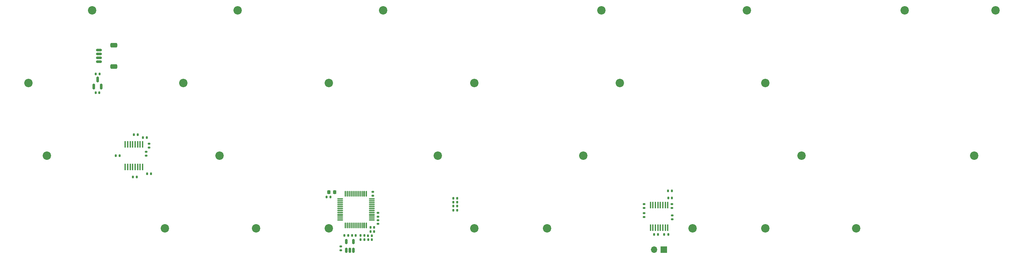
<source format=gbr>
%TF.GenerationSoftware,KiCad,Pcbnew,8.0.8*%
%TF.CreationDate,2025-02-20T19:48:58+01:00*%
%TF.ProjectId,ampersand,616d7065-7273-4616-9e64-2e6b69636164,rev?*%
%TF.SameCoordinates,Original*%
%TF.FileFunction,Soldermask,Bot*%
%TF.FilePolarity,Negative*%
%FSLAX46Y46*%
G04 Gerber Fmt 4.6, Leading zero omitted, Abs format (unit mm)*
G04 Created by KiCad (PCBNEW 8.0.8) date 2025-02-20 19:48:58*
%MOMM*%
%LPD*%
G01*
G04 APERTURE LIST*
G04 Aperture macros list*
%AMRoundRect*
0 Rectangle with rounded corners*
0 $1 Rounding radius*
0 $2 $3 $4 $5 $6 $7 $8 $9 X,Y pos of 4 corners*
0 Add a 4 corners polygon primitive as box body*
4,1,4,$2,$3,$4,$5,$6,$7,$8,$9,$2,$3,0*
0 Add four circle primitives for the rounded corners*
1,1,$1+$1,$2,$3*
1,1,$1+$1,$4,$5*
1,1,$1+$1,$6,$7*
1,1,$1+$1,$8,$9*
0 Add four rect primitives between the rounded corners*
20,1,$1+$1,$2,$3,$4,$5,0*
20,1,$1+$1,$4,$5,$6,$7,0*
20,1,$1+$1,$6,$7,$8,$9,0*
20,1,$1+$1,$8,$9,$2,$3,0*%
G04 Aperture macros list end*
%ADD10C,2.200000*%
%ADD11RoundRect,0.140000X-0.140000X-0.170000X0.140000X-0.170000X0.140000X0.170000X-0.140000X0.170000X0*%
%ADD12RoundRect,0.135000X-0.135000X-0.185000X0.135000X-0.185000X0.135000X0.185000X-0.135000X0.185000X0*%
%ADD13RoundRect,0.150000X0.150000X-0.512500X0.150000X0.512500X-0.150000X0.512500X-0.150000X-0.512500X0*%
%ADD14RoundRect,0.135000X0.185000X-0.135000X0.185000X0.135000X-0.185000X0.135000X-0.185000X-0.135000X0*%
%ADD15RoundRect,0.150000X0.150000X-0.587500X0.150000X0.587500X-0.150000X0.587500X-0.150000X-0.587500X0*%
%ADD16RoundRect,0.135000X-0.185000X0.135000X-0.185000X-0.135000X0.185000X-0.135000X0.185000X0.135000X0*%
%ADD17R,0.419100X1.778000*%
%ADD18RoundRect,0.225000X0.225000X0.250000X-0.225000X0.250000X-0.225000X-0.250000X0.225000X-0.250000X0*%
%ADD19RoundRect,0.140000X0.140000X0.170000X-0.140000X0.170000X-0.140000X-0.170000X0.140000X-0.170000X0*%
%ADD20RoundRect,0.140000X0.170000X-0.140000X0.170000X0.140000X-0.170000X0.140000X-0.170000X-0.140000X0*%
%ADD21RoundRect,0.135000X0.135000X0.185000X-0.135000X0.185000X-0.135000X-0.185000X0.135000X-0.185000X0*%
%ADD22RoundRect,0.140000X-0.170000X0.140000X-0.170000X-0.140000X0.170000X-0.140000X0.170000X0.140000X0*%
%ADD23R,1.700000X1.700000*%
%ADD24O,1.700000X1.700000*%
%ADD25RoundRect,0.150000X-0.625000X0.150000X-0.625000X-0.150000X0.625000X-0.150000X0.625000X0.150000X0*%
%ADD26RoundRect,0.250000X-0.650000X0.350000X-0.650000X-0.350000X0.650000X-0.350000X0.650000X0.350000X0*%
%ADD27RoundRect,0.075000X0.075000X-0.662500X0.075000X0.662500X-0.075000X0.662500X-0.075000X-0.662500X0*%
%ADD28RoundRect,0.075000X0.662500X-0.075000X0.662500X0.075000X-0.662500X0.075000X-0.662500X-0.075000X0*%
G04 APERTURE END LIST*
D10*
%TO.C,H10*%
X127000000Y-72231250D03*
%TD*%
%TO.C,H27*%
X79375000Y-91281250D03*
%TD*%
%TO.C,H19*%
X98425000Y-91281250D03*
%TD*%
%TO.C,H14*%
X55562500Y-91281250D03*
%TD*%
%TO.C,H2*%
X60325000Y-53192960D03*
%TD*%
%TO.C,H17*%
X155575000Y-91281250D03*
%TD*%
%TO.C,H15*%
X193675000Y-91281250D03*
%TD*%
%TO.C,H26*%
X212725000Y-91281250D03*
%TD*%
%TO.C,H16*%
X136525000Y-91281250D03*
%TD*%
%TO.C,H6*%
X249237500Y-34131250D03*
%TD*%
%TO.C,H24*%
X174625000Y-53181250D03*
%TD*%
%TO.C,H8*%
X212725000Y-53181250D03*
%TD*%
%TO.C,H7*%
X98425000Y-53181250D03*
%TD*%
%TO.C,H21*%
X19843750Y-53181250D03*
%TD*%
%TO.C,H13*%
X267493031Y-72231250D03*
%TD*%
%TO.C,H22*%
X74612500Y-34131250D03*
%TD*%
%TO.C,H25*%
X69850000Y-72231250D03*
%TD*%
%TO.C,H9*%
X273050000Y-34131250D03*
%TD*%
%TO.C,H12*%
X222250000Y-72231250D03*
%TD*%
%TO.C,H18*%
X136524999Y-53181249D03*
%TD*%
%TO.C,H5*%
X169862500Y-34131250D03*
%TD*%
%TO.C,H1*%
X36511781Y-34142960D03*
%TD*%
%TO.C,H20*%
X236537500Y-91281250D03*
%TD*%
%TO.C,H3*%
X24606250Y-72231250D03*
%TD*%
%TO.C,H4*%
X112711781Y-34142960D03*
%TD*%
%TO.C,H23*%
X207962500Y-34131250D03*
%TD*%
%TO.C,H11*%
X165100000Y-72231250D03*
%TD*%
D11*
%TO.C,C7*%
X108762618Y-94230474D03*
X109722618Y-94230474D03*
%TD*%
D12*
%TO.C,R10*%
X47192500Y-77787500D03*
X48212500Y-77787500D03*
%TD*%
%TO.C,R9*%
X47418750Y-66675000D03*
X48438750Y-66675000D03*
%TD*%
D13*
%TO.C,U4*%
X104931250Y-96981250D03*
X103981250Y-96981250D03*
X103031250Y-96981250D03*
X103031250Y-94706250D03*
X104931250Y-94706250D03*
%TD*%
D12*
%TO.C,R21*%
X50877500Y-76993750D03*
X51897500Y-76993750D03*
%TD*%
D14*
%TO.C,R8*%
X51387500Y-70076250D03*
X51387500Y-69056250D03*
%TD*%
D11*
%TO.C,C12*%
X104520079Y-93160507D03*
X105480079Y-93160507D03*
%TD*%
D15*
%TO.C,U2*%
X38843750Y-54118750D03*
X36943750Y-54118750D03*
X37893750Y-52243750D03*
%TD*%
D16*
%TO.C,R5*%
X111300526Y-87195741D03*
X111300526Y-88215741D03*
%TD*%
D12*
%TO.C,R3*%
X131052586Y-84435371D03*
X132072586Y-84435371D03*
%TD*%
D17*
%TO.C,U3*%
X49692050Y-75205590D03*
X49041810Y-75205590D03*
X48391570Y-75205590D03*
X47741330Y-75205590D03*
X47096170Y-75205590D03*
X46445930Y-75205590D03*
X45795690Y-75205590D03*
X45145450Y-75205590D03*
X45145450Y-69256910D03*
X45795690Y-69256910D03*
X46445930Y-69256910D03*
X47096170Y-69256910D03*
X47741330Y-69256910D03*
X48391570Y-69256910D03*
X49041810Y-69256910D03*
X49692050Y-69256910D03*
%TD*%
D18*
%TO.C,C5*%
X99993750Y-81756250D03*
X98443750Y-81756250D03*
%TD*%
D19*
%TO.C,C14*%
X188285000Y-83343750D03*
X187325000Y-83343750D03*
%TD*%
D11*
%TO.C,C1*%
X108743750Y-93208318D03*
X109703750Y-93208318D03*
%TD*%
D20*
%TO.C,C3*%
X111294969Y-90089624D03*
X111294969Y-89129624D03*
%TD*%
D17*
%TO.C,U5*%
X187217050Y-91080590D03*
X186566810Y-91080590D03*
X185916570Y-91080590D03*
X185266330Y-91080590D03*
X184621170Y-91080590D03*
X183970930Y-91080590D03*
X183320690Y-91080590D03*
X182670450Y-91080590D03*
X182670450Y-85131910D03*
X183320690Y-85131910D03*
X183970930Y-85131910D03*
X184621170Y-85131910D03*
X185266330Y-85131910D03*
X185916570Y-85131910D03*
X186566810Y-85131910D03*
X187217050Y-85131910D03*
%TD*%
D21*
%TO.C,R11*%
X107760946Y-94192967D03*
X106740946Y-94192967D03*
%TD*%
D12*
%TO.C,R1*%
X131040562Y-86512696D03*
X132060562Y-86512696D03*
%TD*%
%TO.C,R6*%
X42656250Y-72231250D03*
X43676250Y-72231250D03*
%TD*%
D14*
%TO.C,R19*%
X188354462Y-88900000D03*
X188354462Y-87880000D03*
%TD*%
D20*
%TO.C,C13*%
X101600000Y-97003750D03*
X101600000Y-96043750D03*
%TD*%
D12*
%TO.C,R2*%
X131041054Y-85448710D03*
X132061054Y-85448710D03*
%TD*%
D22*
%TO.C,C2*%
X109974860Y-81719588D03*
X109974860Y-82679588D03*
%TD*%
D23*
%TO.C,SW1*%
X186218750Y-96837500D03*
D24*
X183678750Y-96837500D03*
%TD*%
D19*
%TO.C,C10*%
X38380888Y-55706250D03*
X37420888Y-55706250D03*
%TD*%
D16*
%TO.C,R17*%
X180975000Y-87312500D03*
X180975000Y-88332500D03*
%TD*%
D25*
%TO.C,J1*%
X38275000Y-44537500D03*
X38275000Y-45537500D03*
X38275000Y-46537500D03*
X38275000Y-47537500D03*
D26*
X42150000Y-43237500D03*
X42150000Y-48837500D03*
%TD*%
D19*
%TO.C,C9*%
X38417327Y-50750000D03*
X37457327Y-50750000D03*
%TD*%
D21*
%TO.C,R13*%
X107769567Y-93130358D03*
X106749567Y-93130358D03*
%TD*%
%TO.C,R20*%
X187325000Y-92868750D03*
X186305000Y-92868750D03*
%TD*%
D12*
%TO.C,R16*%
X187295000Y-81476250D03*
X188315000Y-81476250D03*
%TD*%
D14*
%TO.C,R15*%
X188325000Y-85951250D03*
X188325000Y-84931250D03*
%TD*%
D11*
%TO.C,C8*%
X109371250Y-92118689D03*
X110331250Y-92118689D03*
%TD*%
D14*
%TO.C,R14*%
X180975000Y-85951250D03*
X180975000Y-84931250D03*
%TD*%
D12*
%TO.C,R4*%
X131046250Y-83398811D03*
X132066250Y-83398811D03*
%TD*%
D11*
%TO.C,C4*%
X109370583Y-91030799D03*
X110330583Y-91030799D03*
%TD*%
D12*
%TO.C,R12*%
X102523474Y-93163842D03*
X103543474Y-93163842D03*
%TD*%
D27*
%TO.C,U1*%
X108318750Y-90495367D03*
X107818750Y-90495367D03*
X107318750Y-90495367D03*
X106818750Y-90495367D03*
X106318750Y-90495367D03*
X105818750Y-90495367D03*
X105318750Y-90495367D03*
X104818750Y-90495367D03*
X104318750Y-90495367D03*
X103818750Y-90495367D03*
X103318750Y-90495367D03*
X102818750Y-90495367D03*
D28*
X101406250Y-89082867D03*
X101406250Y-88582867D03*
X101406250Y-88082867D03*
X101406250Y-87582867D03*
X101406250Y-87082867D03*
X101406250Y-86582867D03*
X101406250Y-86082867D03*
X101406250Y-85582867D03*
X101406250Y-85082867D03*
X101406250Y-84582867D03*
X101406250Y-84082867D03*
X101406250Y-83582867D03*
D27*
X102818750Y-82170367D03*
X103318750Y-82170367D03*
X103818750Y-82170367D03*
X104318750Y-82170367D03*
X104818750Y-82170367D03*
X105318750Y-82170367D03*
X105818750Y-82170367D03*
X106318750Y-82170367D03*
X106818750Y-82170367D03*
X107318750Y-82170367D03*
X107818750Y-82170367D03*
X108318750Y-82170367D03*
D28*
X109731250Y-83582867D03*
X109731250Y-84082867D03*
X109731250Y-84582867D03*
X109731250Y-85082867D03*
X109731250Y-85582867D03*
X109731250Y-86082867D03*
X109731250Y-86582867D03*
X109731250Y-87082867D03*
X109731250Y-87582867D03*
X109731250Y-88082867D03*
X109731250Y-88582867D03*
X109731250Y-89082867D03*
%TD*%
D14*
%TO.C,R7*%
X50593750Y-72231250D03*
X50593750Y-71211250D03*
%TD*%
D21*
%TO.C,R18*%
X184638884Y-92868750D03*
X183618884Y-92868750D03*
%TD*%
D19*
%TO.C,C6*%
X98852620Y-83055658D03*
X97892620Y-83055658D03*
%TD*%
%TO.C,C11*%
X50760000Y-67468750D03*
X49800000Y-67468750D03*
%TD*%
M02*

</source>
